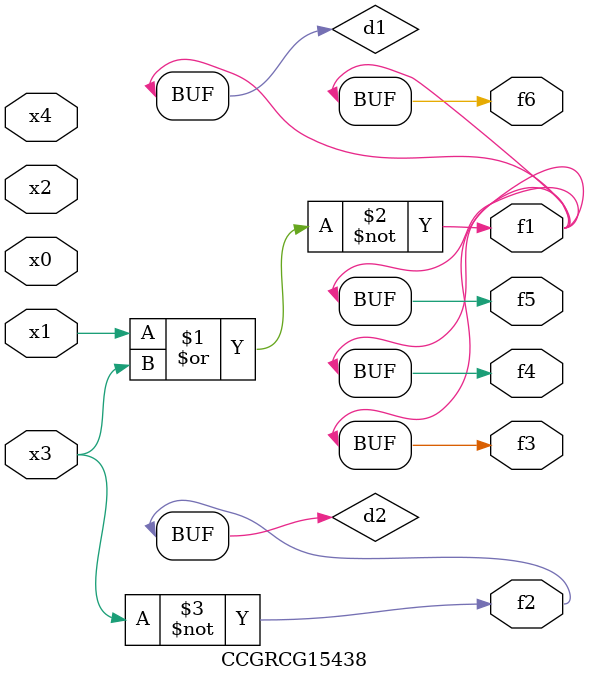
<source format=v>
module CCGRCG15438(
	input x0, x1, x2, x3, x4,
	output f1, f2, f3, f4, f5, f6
);

	wire d1, d2;

	nor (d1, x1, x3);
	not (d2, x3);
	assign f1 = d1;
	assign f2 = d2;
	assign f3 = d1;
	assign f4 = d1;
	assign f5 = d1;
	assign f6 = d1;
endmodule

</source>
